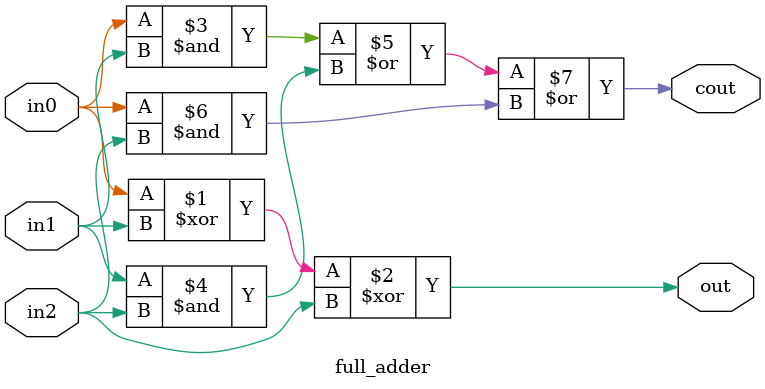
<source format=v>
module carrysaveadder
        (   input [3:0] A,B,C,
            output [4:0]S,
            output Cout
            );
            
wire [3:0] c1,s1,c2;

full_adder fa_inst10(A[0],B[0],C[0],s1[0],c1[0]);
full_adder fa_inst11(A[1],B[1],C[1],s1[1],c1[1]);
full_adder fa_inst12(A[2],B[2],C[2],s1[2],c1[2]);
full_adder fa_inst13(A[3],B[3],C[3],s1[3],c1[3]); 

full_adder fa_inst20(s1[1],c1[0],1'b0,S[1],c2[1]);
full_adder fa_inst21(s1[2],c1[1],c2[1],S[2],c2[2]);
full_adder fa_inst22(s1[3],c1[2],c2[2],S[3],c2[3]);
full_adder fa_inst23(1'b0,c1[3],c2[3],S[4],Cout); 

assign S[0] = s1[0];

endmodule



module full_adder(in0, in1,in2, out, cout);
	input in0, in1, in2;
	output out, cout;

	assign out = in0 ^ in1 ^ in2;
	assign cout = (in0&in1)|(in1&in2)|(in0&in2);
endmodule




</source>
